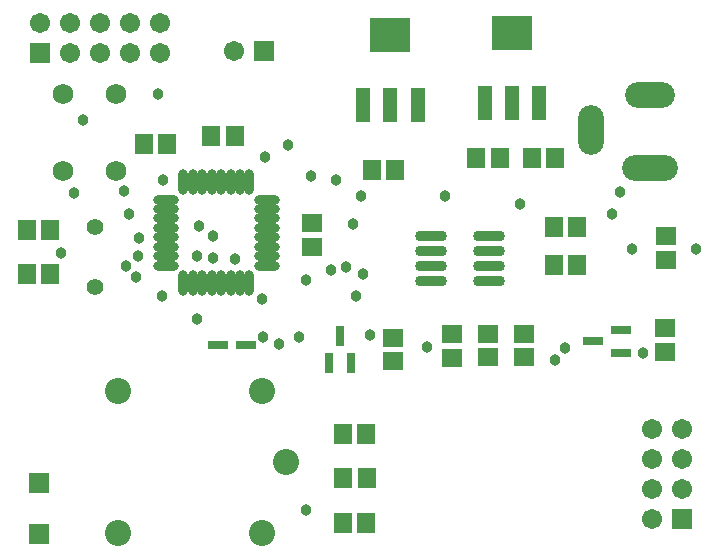
<source format=gts>
%FSLAX24Y24*%
%MOIN*%
G70*
G01*
G75*
G04 Layer_Color=8388736*
%ADD10C,0.0080*%
%ADD11R,0.0571X0.0217*%
%ADD12R,0.0236X0.0571*%
%ADD13R,0.0551X0.0591*%
%ADD14O,0.0984X0.0276*%
%ADD15R,0.0591X0.0551*%
%ADD16R,0.1299X0.1063*%
%ADD17R,0.0394X0.1063*%
%ADD18R,0.0571X0.0236*%
%ADD19O,0.0768X0.0236*%
%ADD20O,0.0236X0.0768*%
%ADD21C,0.0100*%
%ADD22C,0.0150*%
%ADD23C,0.0120*%
%ADD24C,0.0200*%
%ADD25R,0.0591X0.0591*%
%ADD26C,0.0591*%
%ADD27C,0.0472*%
%ADD28C,0.0600*%
%ADD29C,0.0787*%
%ADD30O,0.0787X0.1575*%
%ADD31O,0.1575X0.0787*%
%ADD32O,0.1772X0.0787*%
%ADD33R,0.0591X0.0591*%
%ADD34C,0.0300*%
%ADD35C,0.0350*%
%ADD36C,0.0098*%
%ADD37C,0.0236*%
%ADD38C,0.0079*%
%ADD39C,0.0004*%
%ADD40C,0.0197*%
%ADD41C,0.0295*%
%ADD42R,0.0651X0.0297*%
%ADD43R,0.0316X0.0651*%
%ADD44R,0.0631X0.0671*%
%ADD45O,0.1064X0.0356*%
%ADD46R,0.0671X0.0631*%
%ADD47R,0.1379X0.1143*%
%ADD48R,0.0474X0.1143*%
%ADD49R,0.0651X0.0316*%
%ADD50O,0.0848X0.0316*%
%ADD51O,0.0316X0.0848*%
%ADD52R,0.0671X0.0671*%
%ADD53C,0.0671*%
%ADD54C,0.0552*%
%ADD55C,0.0680*%
%ADD56C,0.0867*%
%ADD57C,0.0080*%
%ADD58O,0.0867X0.1655*%
%ADD59O,0.1655X0.0867*%
%ADD60O,0.1852X0.0867*%
%ADD61R,0.0671X0.0671*%
%ADD62C,0.0380*%
D42*
X27608Y37618D02*
D03*
X28533D02*
D03*
D43*
X31654Y37923D02*
D03*
X32028Y36998D02*
D03*
X31280D02*
D03*
D44*
X25116Y44300D02*
D03*
X25904D02*
D03*
X36206Y43850D02*
D03*
X36994D02*
D03*
X38056D02*
D03*
X38844D02*
D03*
X32716Y43440D02*
D03*
X33504D02*
D03*
X27362Y44567D02*
D03*
X28150D02*
D03*
X21214Y39991D02*
D03*
X22002D02*
D03*
X21214Y41447D02*
D03*
X22002D02*
D03*
X31756Y34660D02*
D03*
X32544D02*
D03*
X31762Y33179D02*
D03*
X32549D02*
D03*
X31746Y31670D02*
D03*
X32534D02*
D03*
X39567Y40295D02*
D03*
X38780D02*
D03*
X39567Y41535D02*
D03*
X38780D02*
D03*
D45*
X34685Y41262D02*
D03*
Y40762D02*
D03*
Y40262D02*
D03*
Y39762D02*
D03*
X36614Y41262D02*
D03*
Y40762D02*
D03*
Y40262D02*
D03*
Y39762D02*
D03*
D46*
X33425Y37067D02*
D03*
Y37854D02*
D03*
X30728Y40886D02*
D03*
Y41673D02*
D03*
X42520Y41240D02*
D03*
Y40453D02*
D03*
X37783Y37995D02*
D03*
Y37207D02*
D03*
X36582Y37995D02*
D03*
Y37207D02*
D03*
X35401Y37975D02*
D03*
Y37188D02*
D03*
X42500Y38169D02*
D03*
Y37382D02*
D03*
D47*
X37400Y48011D02*
D03*
X33340Y47941D02*
D03*
D48*
X38306Y45689D02*
D03*
X37400D02*
D03*
X36494D02*
D03*
X34246Y45619D02*
D03*
X33340D02*
D03*
X32434D02*
D03*
D49*
X40108Y37736D02*
D03*
X41033Y38110D02*
D03*
Y37362D02*
D03*
D50*
X25866Y42461D02*
D03*
Y42146D02*
D03*
Y41831D02*
D03*
Y41516D02*
D03*
Y41201D02*
D03*
Y40886D02*
D03*
Y40571D02*
D03*
Y40256D02*
D03*
X29213D02*
D03*
Y40571D02*
D03*
Y40886D02*
D03*
Y41201D02*
D03*
Y41516D02*
D03*
Y41831D02*
D03*
Y42146D02*
D03*
Y42461D02*
D03*
D51*
X26437Y39685D02*
D03*
X26752D02*
D03*
X27067D02*
D03*
X27382D02*
D03*
X27697D02*
D03*
X28012D02*
D03*
X28327D02*
D03*
X28642D02*
D03*
Y43032D02*
D03*
X28327D02*
D03*
X28012D02*
D03*
X27697D02*
D03*
X27382D02*
D03*
X27067D02*
D03*
X26752D02*
D03*
X26437D02*
D03*
D52*
X21650Y47350D02*
D03*
X29134Y47421D02*
D03*
X21614Y31308D02*
D03*
Y33012D02*
D03*
D53*
X21650Y48350D02*
D03*
X22650Y47350D02*
D03*
Y48350D02*
D03*
X23650Y47350D02*
D03*
Y48350D02*
D03*
X24650Y47350D02*
D03*
Y48350D02*
D03*
X25650Y47350D02*
D03*
Y48350D02*
D03*
X28134Y47421D02*
D03*
X42050Y31800D02*
D03*
X43050Y32800D02*
D03*
X42050D02*
D03*
X43050Y33800D02*
D03*
X42050D02*
D03*
X43050Y34800D02*
D03*
X42050D02*
D03*
D54*
X23498Y39562D02*
D03*
Y41561D02*
D03*
D55*
X24200Y43420D02*
D03*
X22428Y45979D02*
D03*
Y43420D02*
D03*
X24200Y45979D02*
D03*
D56*
X29862Y33720D02*
D03*
X29075Y31358D02*
D03*
X24272D02*
D03*
Y36083D02*
D03*
X29075D02*
D03*
D57*
X41508Y43506D02*
D03*
X40031Y45160D02*
D03*
Y44372D02*
D03*
X42394Y45947D02*
D03*
X41606D02*
D03*
X42492Y43506D02*
D03*
D58*
X40031Y44766D02*
D03*
D59*
X42000Y45947D02*
D03*
D60*
Y43506D02*
D03*
D61*
X43050Y31800D02*
D03*
D62*
X27432Y40500D02*
D03*
X26950Y41570D02*
D03*
X24956Y41194D02*
D03*
X29170Y43880D02*
D03*
X30690Y43250D02*
D03*
X32190Y39240D02*
D03*
X29920Y44280D02*
D03*
X25760Y43130D02*
D03*
X24450Y42750D02*
D03*
X29630Y37640D02*
D03*
X31850Y40200D02*
D03*
X30530Y32110D02*
D03*
X32430Y39980D02*
D03*
X34570Y37560D02*
D03*
X40980Y42730D02*
D03*
X39150Y37510D02*
D03*
X32350Y42570D02*
D03*
X32090Y41660D02*
D03*
X31370Y40100D02*
D03*
X38820Y37120D02*
D03*
X26880Y38480D02*
D03*
X30530Y39780D02*
D03*
X37670Y42330D02*
D03*
X41400Y40800D02*
D03*
X24540Y40260D02*
D03*
X28150Y40480D02*
D03*
X41760Y37340D02*
D03*
X22350Y40690D02*
D03*
X24620Y41990D02*
D03*
X27420Y41240D02*
D03*
X26900Y40570D02*
D03*
X25740Y39250D02*
D03*
X24850Y39870D02*
D03*
X24920Y40580D02*
D03*
X43520Y40800D02*
D03*
X40730Y41990D02*
D03*
X31540Y43130D02*
D03*
X25610Y45975D02*
D03*
X23110Y45110D02*
D03*
X22780Y42680D02*
D03*
X32660Y37960D02*
D03*
X30300Y37890D02*
D03*
X29085Y37895D02*
D03*
X29065Y39145D02*
D03*
X35170Y42570D02*
D03*
M02*

</source>
